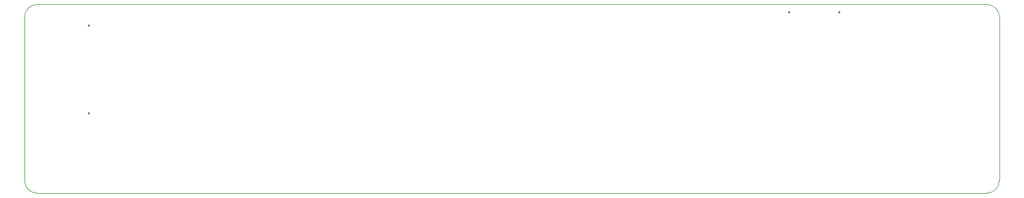
<source format=gbr>
%TF.GenerationSoftware,KiCad,Pcbnew,8.0.4*%
%TF.CreationDate,2024-11-23T17:51:10-05:00*%
%TF.ProjectId,Ruler_PowerCouple,52756c65-725f-4506-9f77-6572436f7570,rev?*%
%TF.SameCoordinates,Original*%
%TF.FileFunction,Profile,NP*%
%FSLAX46Y46*%
G04 Gerber Fmt 4.6, Leading zero omitted, Abs format (unit mm)*
G04 Created by KiCad (PCBNEW 8.0.4) date 2024-11-23 17:51:10*
%MOMM*%
%LPD*%
G01*
G04 APERTURE LIST*
%TA.AperFunction,Profile*%
%ADD10C,0.050000*%
%TD*%
%ADD11C,0.350000*%
G04 APERTURE END LIST*
D10*
X69999999Y-82000000D02*
X69999999Y-108000000D01*
X69999999Y-82000000D02*
G75*
G02*
X72000000Y-79999999I2000001J0D01*
G01*
X223000000Y-79999999D02*
G75*
G02*
X225000001Y-82000000I0J-2000001D01*
G01*
X223000000Y-79999999D02*
X72000000Y-79999999D01*
X72000000Y-110000000D02*
X223000000Y-110000000D01*
X72000000Y-110000000D02*
G75*
G02*
X70000000Y-108000000I0J2000000D01*
G01*
X225000001Y-108000000D02*
G75*
G02*
X223000000Y-110000001I-2000001J0D01*
G01*
X225000001Y-108000000D02*
X225000001Y-82000000D01*
D11*
X80276000Y-83311999D03*
X80276000Y-97311999D03*
X199550000Y-81250000D03*
X191550000Y-81250000D03*
M02*

</source>
